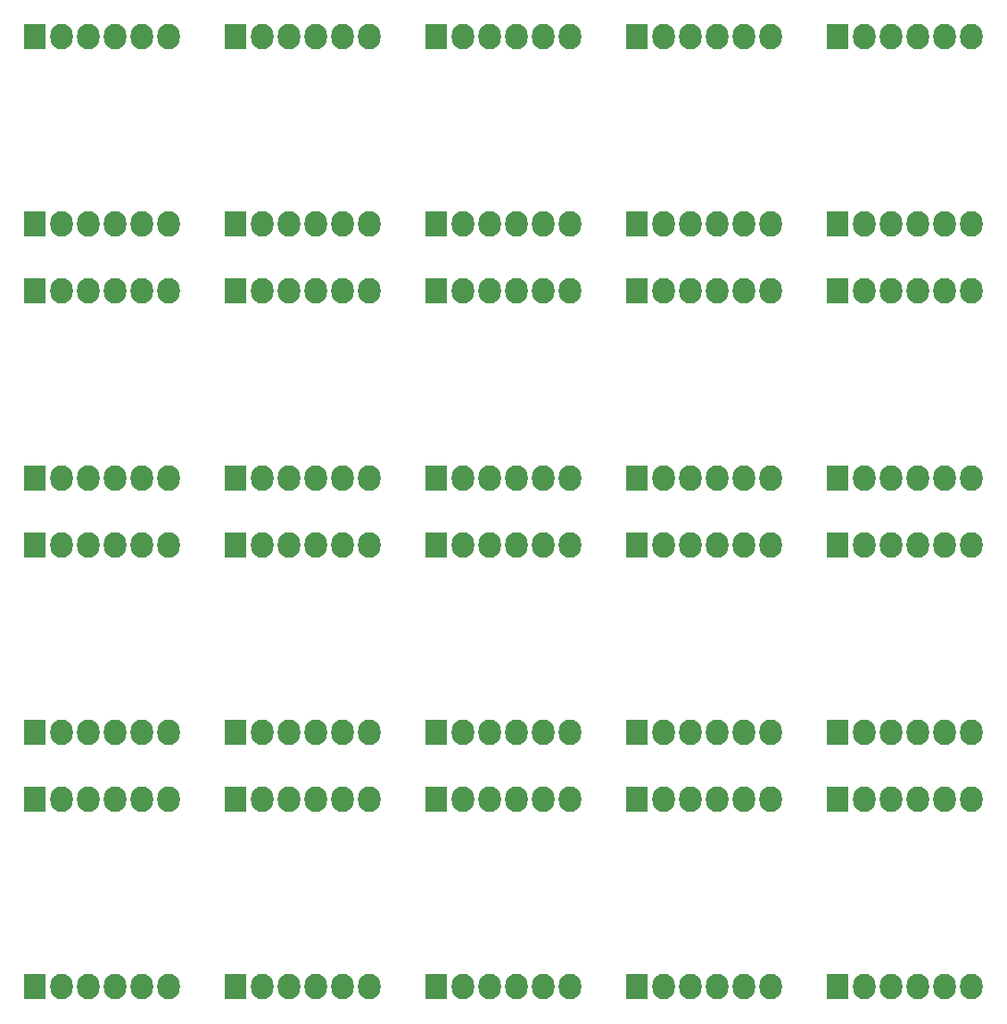
<source format=gbs>
G04 #@! TF.FileFunction,Soldermask,Bot*
%FSLAX46Y46*%
G04 Gerber Fmt 4.6, Leading zero omitted, Abs format (unit mm)*
G04 Created by KiCad (PCBNEW 4.1.0-alpha+201608131231+7028~46~ubuntu16.04.1-product) date Sat Aug 27 16:11:23 2016*
%MOMM*%
%LPD*%
G01*
G04 APERTURE LIST*
%ADD10C,0.100000*%
%ADD11R,2.127200X2.432000*%
%ADD12O,2.127200X2.432000*%
G04 APERTURE END LIST*
D10*
D11*
X102110000Y-89100000D03*
D12*
X104650000Y-89100000D03*
X107190000Y-89100000D03*
X109730000Y-89100000D03*
X112270000Y-89100000D03*
X114810000Y-89100000D03*
D11*
X102110000Y-106880000D03*
D12*
X104650000Y-106880000D03*
X107190000Y-106880000D03*
X109730000Y-106880000D03*
X112270000Y-106880000D03*
X114810000Y-106880000D03*
D11*
X102110000Y-64970000D03*
D12*
X104650000Y-64970000D03*
X107190000Y-64970000D03*
X109730000Y-64970000D03*
X112270000Y-64970000D03*
X114810000Y-64970000D03*
D11*
X102110000Y-82750000D03*
D12*
X104650000Y-82750000D03*
X107190000Y-82750000D03*
X109730000Y-82750000D03*
X112270000Y-82750000D03*
X114810000Y-82750000D03*
D11*
X83060000Y-89100000D03*
D12*
X85600000Y-89100000D03*
X88140000Y-89100000D03*
X90680000Y-89100000D03*
X93220000Y-89100000D03*
X95760000Y-89100000D03*
D11*
X83060000Y-106880000D03*
D12*
X85600000Y-106880000D03*
X88140000Y-106880000D03*
X90680000Y-106880000D03*
X93220000Y-106880000D03*
X95760000Y-106880000D03*
D11*
X83060000Y-82750000D03*
D12*
X85600000Y-82750000D03*
X88140000Y-82750000D03*
X90680000Y-82750000D03*
X93220000Y-82750000D03*
X95760000Y-82750000D03*
D11*
X83060000Y-64970000D03*
D12*
X85600000Y-64970000D03*
X88140000Y-64970000D03*
X90680000Y-64970000D03*
X93220000Y-64970000D03*
X95760000Y-64970000D03*
D11*
X25910000Y-64970000D03*
D12*
X28450000Y-64970000D03*
X30990000Y-64970000D03*
X33530000Y-64970000D03*
X36070000Y-64970000D03*
X38610000Y-64970000D03*
D11*
X25910000Y-82750000D03*
D12*
X28450000Y-82750000D03*
X30990000Y-82750000D03*
X33530000Y-82750000D03*
X36070000Y-82750000D03*
X38610000Y-82750000D03*
D11*
X44960000Y-64970000D03*
D12*
X47500000Y-64970000D03*
X50040000Y-64970000D03*
X52580000Y-64970000D03*
X55120000Y-64970000D03*
X57660000Y-64970000D03*
D11*
X44960000Y-106880000D03*
D12*
X47500000Y-106880000D03*
X50040000Y-106880000D03*
X52580000Y-106880000D03*
X55120000Y-106880000D03*
X57660000Y-106880000D03*
D11*
X64010000Y-89100000D03*
D12*
X66550000Y-89100000D03*
X69090000Y-89100000D03*
X71630000Y-89100000D03*
X74170000Y-89100000D03*
X76710000Y-89100000D03*
D11*
X64010000Y-106880000D03*
D12*
X66550000Y-106880000D03*
X69090000Y-106880000D03*
X71630000Y-106880000D03*
X74170000Y-106880000D03*
X76710000Y-106880000D03*
D11*
X64010000Y-82750000D03*
D12*
X66550000Y-82750000D03*
X69090000Y-82750000D03*
X71630000Y-82750000D03*
X74170000Y-82750000D03*
X76710000Y-82750000D03*
D11*
X64010000Y-64970000D03*
D12*
X66550000Y-64970000D03*
X69090000Y-64970000D03*
X71630000Y-64970000D03*
X74170000Y-64970000D03*
X76710000Y-64970000D03*
D11*
X25910000Y-106880000D03*
D12*
X28450000Y-106880000D03*
X30990000Y-106880000D03*
X33530000Y-106880000D03*
X36070000Y-106880000D03*
X38610000Y-106880000D03*
D11*
X25910000Y-89100000D03*
D12*
X28450000Y-89100000D03*
X30990000Y-89100000D03*
X33530000Y-89100000D03*
X36070000Y-89100000D03*
X38610000Y-89100000D03*
D11*
X44960000Y-82750000D03*
D12*
X47500000Y-82750000D03*
X50040000Y-82750000D03*
X52580000Y-82750000D03*
X55120000Y-82750000D03*
X57660000Y-82750000D03*
D11*
X44960000Y-89100000D03*
D12*
X47500000Y-89100000D03*
X50040000Y-89100000D03*
X52580000Y-89100000D03*
X55120000Y-89100000D03*
X57660000Y-89100000D03*
D11*
X102110000Y-131010000D03*
D12*
X104650000Y-131010000D03*
X107190000Y-131010000D03*
X109730000Y-131010000D03*
X112270000Y-131010000D03*
X114810000Y-131010000D03*
D11*
X102110000Y-113230000D03*
D12*
X104650000Y-113230000D03*
X107190000Y-113230000D03*
X109730000Y-113230000D03*
X112270000Y-113230000D03*
X114810000Y-113230000D03*
D11*
X25910000Y-131010000D03*
D12*
X28450000Y-131010000D03*
X30990000Y-131010000D03*
X33530000Y-131010000D03*
X36070000Y-131010000D03*
X38610000Y-131010000D03*
D11*
X25910000Y-113230000D03*
D12*
X28450000Y-113230000D03*
X30990000Y-113230000D03*
X33530000Y-113230000D03*
X36070000Y-113230000D03*
X38610000Y-113230000D03*
D11*
X44960000Y-113230000D03*
D12*
X47500000Y-113230000D03*
X50040000Y-113230000D03*
X52580000Y-113230000D03*
X55120000Y-113230000D03*
X57660000Y-113230000D03*
D11*
X44960000Y-131010000D03*
D12*
X47500000Y-131010000D03*
X50040000Y-131010000D03*
X52580000Y-131010000D03*
X55120000Y-131010000D03*
X57660000Y-131010000D03*
D11*
X64010000Y-113230000D03*
D12*
X66550000Y-113230000D03*
X69090000Y-113230000D03*
X71630000Y-113230000D03*
X74170000Y-113230000D03*
X76710000Y-113230000D03*
D11*
X64010000Y-131010000D03*
D12*
X66550000Y-131010000D03*
X69090000Y-131010000D03*
X71630000Y-131010000D03*
X74170000Y-131010000D03*
X76710000Y-131010000D03*
D11*
X83060000Y-131010000D03*
D12*
X85600000Y-131010000D03*
X88140000Y-131010000D03*
X90680000Y-131010000D03*
X93220000Y-131010000D03*
X95760000Y-131010000D03*
D11*
X83060000Y-113230000D03*
D12*
X85600000Y-113230000D03*
X88140000Y-113230000D03*
X90680000Y-113230000D03*
X93220000Y-113230000D03*
X95760000Y-113230000D03*
D11*
X102110000Y-155140000D03*
D12*
X104650000Y-155140000D03*
X107190000Y-155140000D03*
X109730000Y-155140000D03*
X112270000Y-155140000D03*
X114810000Y-155140000D03*
D11*
X102110000Y-137360000D03*
D12*
X104650000Y-137360000D03*
X107190000Y-137360000D03*
X109730000Y-137360000D03*
X112270000Y-137360000D03*
X114810000Y-137360000D03*
D11*
X64010000Y-137360000D03*
D12*
X66550000Y-137360000D03*
X69090000Y-137360000D03*
X71630000Y-137360000D03*
X74170000Y-137360000D03*
X76710000Y-137360000D03*
D11*
X64010000Y-155140000D03*
D12*
X66550000Y-155140000D03*
X69090000Y-155140000D03*
X71630000Y-155140000D03*
X74170000Y-155140000D03*
X76710000Y-155140000D03*
D11*
X83060000Y-137360000D03*
D12*
X85600000Y-137360000D03*
X88140000Y-137360000D03*
X90680000Y-137360000D03*
X93220000Y-137360000D03*
X95760000Y-137360000D03*
D11*
X83060000Y-155140000D03*
D12*
X85600000Y-155140000D03*
X88140000Y-155140000D03*
X90680000Y-155140000D03*
X93220000Y-155140000D03*
X95760000Y-155140000D03*
D11*
X44960000Y-155140000D03*
D12*
X47500000Y-155140000D03*
X50040000Y-155140000D03*
X52580000Y-155140000D03*
X55120000Y-155140000D03*
X57660000Y-155140000D03*
D11*
X44960000Y-137360000D03*
D12*
X47500000Y-137360000D03*
X50040000Y-137360000D03*
X52580000Y-137360000D03*
X55120000Y-137360000D03*
X57660000Y-137360000D03*
D11*
X25910000Y-155140000D03*
D12*
X28450000Y-155140000D03*
X30990000Y-155140000D03*
X33530000Y-155140000D03*
X36070000Y-155140000D03*
X38610000Y-155140000D03*
D11*
X25910000Y-137360000D03*
D12*
X28450000Y-137360000D03*
X30990000Y-137360000D03*
X33530000Y-137360000D03*
X36070000Y-137360000D03*
X38610000Y-137360000D03*
M02*

</source>
